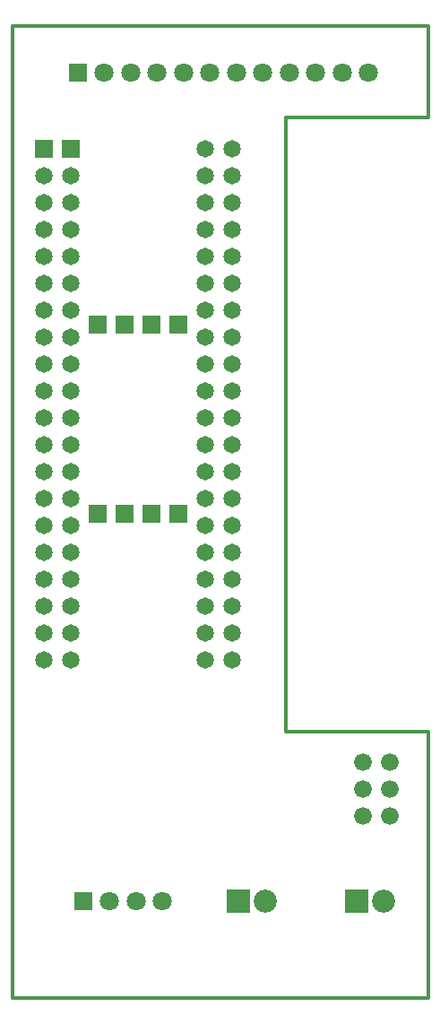
<source format=gbs>
G04 DesignSpark PCB Gerber Version 11.0 Build 5877*
%FSLAX35Y35*%
%MOIN*%
%ADD132R,0.06500X0.06500*%
%ADD27R,0.06600X0.06600*%
%ADD22R,0.07096X0.07096*%
%ADD24R,0.08572X0.08572*%
%ADD10C,0.01200*%
%ADD133C,0.06500*%
%ADD26C,0.06600*%
%ADD23C,0.07096*%
%ADD25C,0.08572*%
X0Y0D02*
D02*
D10*
X87779Y25765D02*
Y387128D01*
X242514D01*
Y353055D01*
X189685D01*
Y124858D01*
X242514D01*
Y25765D01*
X87779D01*
D02*
D22*
X112160Y369902D03*
X114195Y61713D03*
D02*
D23*
X122003Y369902D03*
X124037Y61713D03*
X131845Y369902D03*
X133880Y61713D03*
X141688Y369902D03*
X143722Y61713D03*
X151530Y369902D03*
X161373D03*
X171215D03*
X181058D03*
X190900D03*
X200743D03*
X210585D03*
X220428D03*
D02*
D24*
X172027Y61713D03*
X216104D03*
D02*
D25*
X181870D03*
X225946D03*
D02*
D26*
X218134Y93286D03*
Y103286D03*
Y113286D03*
X228134Y93286D03*
Y103286D03*
Y113286D03*
D02*
D27*
X119719Y205821D03*
Y276156D03*
X129719Y205821D03*
Y276156D03*
X139719Y205821D03*
Y276156D03*
X149719Y205821D03*
Y276156D03*
D02*
D132*
X99719Y341465D03*
X109719D03*
D02*
D133*
X99719Y151465D03*
Y161465D03*
Y171465D03*
Y181465D03*
Y191465D03*
Y201465D03*
Y211465D03*
Y221465D03*
Y231465D03*
Y241465D03*
Y251465D03*
Y261465D03*
Y271465D03*
Y281465D03*
Y291465D03*
Y301465D03*
Y311465D03*
Y321465D03*
Y331465D03*
X109719Y151465D03*
Y161465D03*
Y171465D03*
Y181465D03*
Y191465D03*
Y201465D03*
Y211465D03*
Y221465D03*
Y231465D03*
Y241465D03*
Y251465D03*
Y261465D03*
Y271465D03*
Y281465D03*
Y291465D03*
Y301465D03*
Y311465D03*
Y321465D03*
Y331465D03*
X159719Y151465D03*
Y161465D03*
Y171465D03*
Y181465D03*
Y191465D03*
Y201465D03*
Y211465D03*
Y221465D03*
Y231465D03*
Y241465D03*
Y251465D03*
Y261465D03*
Y271465D03*
Y281465D03*
Y291465D03*
Y301465D03*
Y311465D03*
Y321465D03*
Y331465D03*
Y341465D03*
X169719Y151465D03*
Y161465D03*
Y171465D03*
Y181465D03*
Y191465D03*
Y201465D03*
Y211465D03*
Y221465D03*
Y231465D03*
Y241465D03*
Y251465D03*
Y261465D03*
Y271465D03*
Y281465D03*
Y291465D03*
Y301465D03*
Y311465D03*
Y321465D03*
Y331465D03*
Y341465D03*
X0Y0D02*
M02*

</source>
